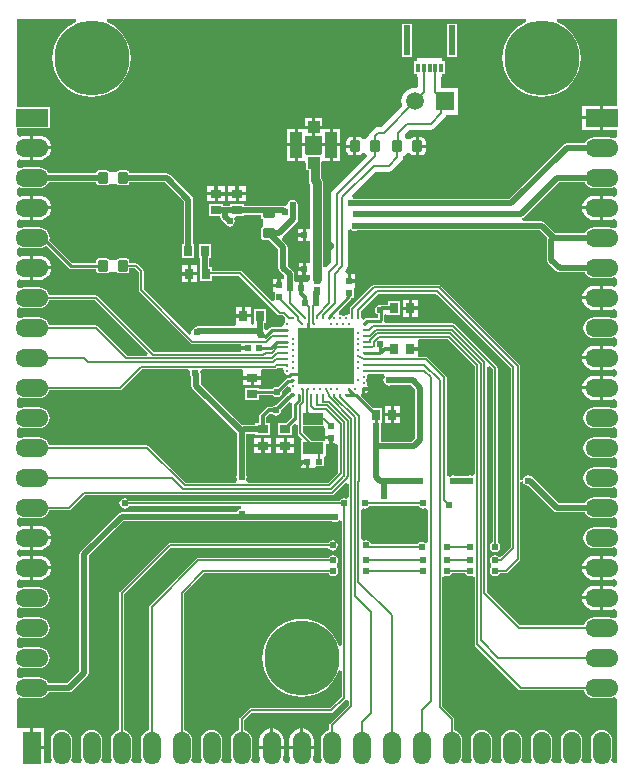
<source format=gtl>
G04*
G04 #@! TF.GenerationSoftware,Altium Limited,Altium Designer,19.1.7 (138)*
G04*
G04 Layer_Physical_Order=1*
G04 Layer_Color=255*
%FSLAX25Y25*%
%MOIN*%
G70*
G01*
G75*
%ADD10C,0.01000*%
%ADD11C,0.00984*%
%ADD15C,0.00600*%
%ADD16R,0.03937X0.03937*%
%ADD17R,0.04134X0.08661*%
G04:AMPARAMS|DCode=18|XSize=39.37mil|YSize=35.43mil|CornerRadius=4.43mil|HoleSize=0mil|Usage=FLASHONLY|Rotation=90.000|XOffset=0mil|YOffset=0mil|HoleType=Round|Shape=RoundedRectangle|*
%AMROUNDEDRECTD18*
21,1,0.03937,0.02657,0,0,90.0*
21,1,0.03051,0.03543,0,0,90.0*
1,1,0.00886,0.01329,0.01526*
1,1,0.00886,0.01329,-0.01526*
1,1,0.00886,-0.01329,-0.01526*
1,1,0.00886,-0.01329,0.01526*
%
%ADD18ROUNDEDRECTD18*%
%ADD19R,0.01181X0.03150*%
%ADD20R,0.02362X0.10236*%
%ADD21R,0.02953X0.03740*%
%ADD22R,0.03740X0.02953*%
G04:AMPARAMS|DCode=23|XSize=39.37mil|YSize=35.43mil|CornerRadius=4.43mil|HoleSize=0mil|Usage=FLASHONLY|Rotation=0.000|XOffset=0mil|YOffset=0mil|HoleType=Round|Shape=RoundedRectangle|*
%AMROUNDEDRECTD23*
21,1,0.03937,0.02657,0,0,0.0*
21,1,0.03051,0.03543,0,0,0.0*
1,1,0.00886,0.01526,-0.01329*
1,1,0.00886,-0.01526,-0.01329*
1,1,0.00886,-0.01526,0.01329*
1,1,0.00886,0.01526,0.01329*
%
%ADD23ROUNDEDRECTD23*%
%ADD24R,0.07087X0.03937*%
%ADD27R,0.02362X0.01968*%
%ADD28R,0.01968X0.02362*%
%ADD29R,0.01968X0.02559*%
%ADD51R,0.19095X0.19095*%
%ADD52C,0.01083*%
%ADD53C,0.03000*%
%ADD54C,0.00800*%
%ADD55C,0.02000*%
%ADD56C,0.01200*%
%ADD57C,0.00900*%
%ADD58R,0.05984X0.05984*%
%ADD59C,0.05984*%
%ADD60C,0.25000*%
%ADD61R,0.11000X0.06000*%
%ADD62O,0.11000X0.06000*%
%ADD63R,0.06000X0.11000*%
%ADD64O,0.06000X0.11000*%
%ADD65C,0.02800*%
%ADD66C,0.02400*%
G36*
X203474Y222500D02*
X199000D01*
Y218500D01*
Y214500D01*
X203474D01*
Y212155D01*
X202474Y211678D01*
X201914Y211910D01*
X201000Y212030D01*
X196000D01*
X195086Y211910D01*
X194235Y211557D01*
X193504Y210996D01*
X192943Y210265D01*
X192845Y210029D01*
X186843D01*
X186257Y209913D01*
X185761Y209581D01*
X167709Y191529D01*
X115857D01*
X115749Y191601D01*
X115746Y191602D01*
X115417Y192687D01*
X123293Y200563D01*
X127500D01*
X128241Y200710D01*
X128870Y201130D01*
X131783Y204044D01*
X132203Y204672D01*
X132351Y205413D01*
Y205624D01*
X132500Y205653D01*
X133143Y206083D01*
X133505Y206625D01*
X133654Y206673D01*
X133966Y206706D01*
X134582Y206676D01*
X134737Y206443D01*
X135214Y206124D01*
X135777Y206012D01*
X136606D01*
Y209009D01*
Y212006D01*
X135777D01*
X135214Y211894D01*
X134737Y211575D01*
X134582Y211343D01*
X133966Y211312D01*
X133654Y211345D01*
X133505Y211394D01*
X133143Y211935D01*
X133093Y211969D01*
X132956Y213216D01*
X134338Y214598D01*
X141500D01*
X142241Y214746D01*
X142870Y215166D01*
X146334Y218630D01*
X146754Y219259D01*
X146801Y219495D01*
X150805D01*
Y228479D01*
X145063D01*
Y232200D01*
X145216D01*
Y233200D01*
X146185D01*
Y237350D01*
X145216D01*
Y238350D01*
X137098D01*
Y237350D01*
X136130D01*
Y233200D01*
X137098D01*
Y232200D01*
X137251D01*
Y229152D01*
X136500Y228493D01*
X136313Y228518D01*
X135140Y228363D01*
X134047Y227910D01*
X133109Y227190D01*
X132389Y226252D01*
X131936Y225159D01*
X131782Y223987D01*
X131936Y222814D01*
X132072Y222486D01*
X125024Y215437D01*
X123921D01*
X123180Y215290D01*
X122552Y214870D01*
X121513Y213831D01*
X121093Y213203D01*
X120953Y212501D01*
X120796Y212470D01*
X120153Y212040D01*
X119791Y211499D01*
X119642Y211450D01*
X119330Y211417D01*
X118714Y211448D01*
X118559Y211680D01*
X118081Y211999D01*
X117518Y212111D01*
X116690D01*
Y209114D01*
Y206117D01*
X117518D01*
X118081Y206229D01*
X118559Y206548D01*
X118714Y206781D01*
X119330Y206811D01*
X119642Y206778D01*
X119791Y206730D01*
X120153Y206188D01*
X120187Y205841D01*
X108934Y194588D01*
X108514Y193959D01*
X108367Y193218D01*
Y170589D01*
X106539Y168762D01*
X106012Y168859D01*
X105539Y169130D01*
Y197158D01*
X105384Y197938D01*
X105008Y198501D01*
Y203126D01*
X104977Y203278D01*
X105450Y204169D01*
X105968Y204169D01*
X107807D01*
Y209000D01*
X105240D01*
Y206950D01*
X104969Y206063D01*
X104240Y206063D01*
X100031Y206063D01*
X99760Y206950D01*
Y209000D01*
X97193D01*
Y204169D01*
X99032D01*
X99760Y204169D01*
X100031Y203282D01*
Y201126D01*
X100929D01*
Y197689D01*
X101085Y196909D01*
X101461Y196345D01*
Y181390D01*
X99831D01*
Y179405D01*
Y177421D01*
X101461D01*
Y170160D01*
X99831D01*
Y168175D01*
Y166191D01*
X101461D01*
Y164675D01*
X100677Y163665D01*
X100650Y163660D01*
Y163660D01*
X98968D01*
Y161675D01*
X97969D01*
Y163660D01*
X97202D01*
X96241Y163872D01*
X96094Y164536D01*
X96093Y164538D01*
X96072Y164570D01*
X96021Y164646D01*
Y166291D01*
X95905Y166876D01*
X95574Y167372D01*
X93829Y169116D01*
Y175354D01*
X93713Y175939D01*
X93381Y176435D01*
X91968Y177848D01*
X92181Y179050D01*
X92214Y179072D01*
X96881Y183739D01*
X97213Y184236D01*
X97329Y184821D01*
Y189200D01*
X97213Y189785D01*
X97161Y189863D01*
X97101Y190163D01*
X96726Y190726D01*
X96163Y191101D01*
X95500Y191233D01*
X94837Y191101D01*
X94274Y190726D01*
X93899Y190163D01*
X93809Y189713D01*
X93118Y189260D01*
X92841Y189157D01*
X92256Y189274D01*
X79370D01*
Y189720D01*
X74630D01*
Y189274D01*
X72370D01*
Y189720D01*
X67630D01*
Y185768D01*
X71471D01*
Y185500D01*
X71587Y184915D01*
X71919Y184419D01*
X72873Y183464D01*
X72899Y183337D01*
X73274Y182774D01*
X73837Y182399D01*
X74500Y182267D01*
X75163Y182399D01*
X75726Y182774D01*
X76101Y183337D01*
X76233Y184000D01*
X76101Y184663D01*
X76032Y184768D01*
X76566Y185768D01*
X79370D01*
Y186215D01*
X85013D01*
Y185518D01*
X85086Y185150D01*
X85295Y184838D01*
X85532Y184680D01*
Y182320D01*
X85295Y182162D01*
X85086Y181850D01*
X85013Y181482D01*
Y178825D01*
X85086Y178457D01*
X85295Y178145D01*
X85606Y177937D01*
X85974Y177863D01*
X87627D01*
X90771Y174720D01*
Y168483D01*
X90887Y167898D01*
X91219Y167401D01*
X92801Y165819D01*
X92573Y164819D01*
X91547D01*
Y162638D01*
X91047D01*
Y162138D01*
X89063D01*
Y160457D01*
X89563Y160382D01*
Y157761D01*
X88563Y157346D01*
X78577Y167333D01*
X78312Y167509D01*
X78000Y167572D01*
X78000Y167572D01*
X68488D01*
Y168870D01*
X67785D01*
Y171630D01*
X68232D01*
Y176370D01*
X64280D01*
Y171630D01*
X64727D01*
Y168870D01*
X64535D01*
Y164130D01*
X68488D01*
Y165940D01*
X77662D01*
X90679Y152923D01*
X90679Y152923D01*
X90944Y152746D01*
X91256Y152684D01*
X92163D01*
X93067Y151780D01*
X93104Y151630D01*
X92954Y150593D01*
X92724Y150249D01*
X92643Y149843D01*
X92056Y148995D01*
X91891Y148886D01*
X88685D01*
X88298Y148809D01*
X87970Y148589D01*
X87081Y147700D01*
X86081Y148114D01*
Y150130D01*
X86528D01*
Y154870D01*
X82575D01*
Y150130D01*
X82272Y149455D01*
X81516Y150012D01*
Y152000D01*
X79039D01*
X76563D01*
Y150029D01*
X76563Y149630D01*
X75812Y149029D01*
X64000D01*
X63415Y148913D01*
X62996Y148633D01*
X62837Y148601D01*
X62274Y148226D01*
X61899Y147663D01*
X61767Y147000D01*
X61816Y146752D01*
X60895Y146259D01*
X45816Y161338D01*
Y167500D01*
X45754Y167812D01*
X45577Y168077D01*
X45577Y168077D01*
X43918Y169735D01*
X43654Y169912D01*
X43341Y169974D01*
X43341Y169974D01*
X41137D01*
Y170684D01*
X41063Y171052D01*
X40855Y171364D01*
X40543Y171572D01*
X40175Y171646D01*
X37518D01*
X37150Y171572D01*
X36838Y171364D01*
X36680Y171127D01*
X34320D01*
X34162Y171364D01*
X33850Y171572D01*
X33482Y171646D01*
X30825D01*
X30457Y171572D01*
X30145Y171364D01*
X29937Y171052D01*
X29863Y170684D01*
Y170178D01*
X22120D01*
X14445Y177853D01*
X14530Y178500D01*
X14410Y179414D01*
X14057Y180265D01*
X13496Y180996D01*
X12765Y181557D01*
X11914Y181910D01*
X11000Y182030D01*
X6000D01*
X5086Y181910D01*
X4526Y181678D01*
X3526Y182155D01*
Y184156D01*
X4526Y184781D01*
X4956Y184603D01*
X6000Y184466D01*
X8000D01*
Y188500D01*
Y192534D01*
X6000D01*
X4956Y192397D01*
X4526Y192219D01*
X3526Y192844D01*
Y194845D01*
X4526Y195322D01*
X5086Y195090D01*
X6000Y194970D01*
X11000D01*
X11914Y195090D01*
X12765Y195443D01*
X13496Y196004D01*
X14057Y196735D01*
X14155Y196971D01*
X29864D01*
X29937Y196607D01*
X30145Y196295D01*
X30457Y196086D01*
X30825Y196013D01*
X33482D01*
X33850Y196086D01*
X34162Y196295D01*
X34320Y196531D01*
X36680D01*
X36838Y196295D01*
X37150Y196086D01*
X37518Y196013D01*
X40175D01*
X40543Y196086D01*
X40855Y196295D01*
X41063Y196607D01*
X41136Y196971D01*
X52867D01*
X59215Y190622D01*
Y176370D01*
X58768D01*
Y171630D01*
X62721D01*
Y176370D01*
X62274D01*
Y191256D01*
X62157Y191841D01*
X61826Y192337D01*
X54581Y199581D01*
X54085Y199913D01*
X53500Y200029D01*
X41136D01*
X41063Y200394D01*
X40855Y200705D01*
X40543Y200914D01*
X40175Y200987D01*
X37518D01*
X37150Y200914D01*
X36838Y200705D01*
X36680Y200468D01*
X34320D01*
X34162Y200705D01*
X33850Y200914D01*
X33482Y200987D01*
X30825D01*
X30457Y200914D01*
X30145Y200705D01*
X29937Y200394D01*
X29864Y200029D01*
X14155D01*
X14057Y200265D01*
X13496Y200996D01*
X12765Y201557D01*
X11914Y201910D01*
X11000Y202030D01*
X6000D01*
X5086Y201910D01*
X4526Y201678D01*
X3526Y202155D01*
Y204156D01*
X4526Y204781D01*
X4956Y204603D01*
X6000Y204466D01*
X8000D01*
Y208500D01*
Y212534D01*
X6000D01*
X4956Y212397D01*
X4526Y212219D01*
X3526Y212844D01*
Y215000D01*
X14500D01*
Y222000D01*
X3526D01*
Y251474D01*
X23239D01*
X23438Y250474D01*
X22580Y250119D01*
X20835Y249050D01*
X19279Y247721D01*
X17950Y246165D01*
X16881Y244420D01*
X16098Y242530D01*
X15620Y240540D01*
X15460Y238500D01*
X15620Y236460D01*
X16098Y234470D01*
X16881Y232580D01*
X17950Y230835D01*
X19279Y229279D01*
X20835Y227950D01*
X22580Y226881D01*
X24470Y226098D01*
X26460Y225620D01*
X28500Y225460D01*
X30540Y225620D01*
X32530Y226098D01*
X34420Y226881D01*
X36165Y227950D01*
X37721Y229279D01*
X39050Y230835D01*
X40119Y232580D01*
X40902Y234470D01*
X41380Y236460D01*
X41540Y238500D01*
X41380Y240540D01*
X40902Y242530D01*
X40119Y244420D01*
X39050Y246165D01*
X37721Y247721D01*
X36165Y249050D01*
X34420Y250119D01*
X33562Y250474D01*
X33761Y251474D01*
X173239D01*
X173438Y250474D01*
X172580Y250119D01*
X170835Y249050D01*
X169279Y247721D01*
X167950Y246165D01*
X166881Y244420D01*
X166098Y242530D01*
X165620Y240540D01*
X165460Y238500D01*
X165620Y236460D01*
X166098Y234470D01*
X166881Y232580D01*
X167950Y230835D01*
X169279Y229279D01*
X170835Y227950D01*
X172580Y226881D01*
X174470Y226098D01*
X176460Y225620D01*
X178500Y225460D01*
X180540Y225620D01*
X182530Y226098D01*
X184420Y226881D01*
X186165Y227950D01*
X187721Y229279D01*
X189050Y230835D01*
X190119Y232580D01*
X190902Y234470D01*
X191380Y236460D01*
X191540Y238500D01*
X191380Y240540D01*
X190902Y242530D01*
X190119Y244420D01*
X189050Y246165D01*
X187721Y247721D01*
X186165Y249050D01*
X184420Y250119D01*
X183563Y250474D01*
X183761Y251474D01*
X203474D01*
Y222500D01*
D02*
G37*
G36*
X192943Y196735D02*
X193504Y196004D01*
X194235Y195443D01*
X195086Y195090D01*
X196000Y194970D01*
X201000D01*
X201914Y195090D01*
X202474Y195322D01*
X203474Y194845D01*
Y192844D01*
X202474Y192219D01*
X202044Y192397D01*
X201000Y192534D01*
X199000D01*
Y188500D01*
Y184466D01*
X201000D01*
X202044Y184603D01*
X202474Y184781D01*
X203474Y184156D01*
Y182155D01*
X202474Y181678D01*
X201914Y181910D01*
X201000Y182030D01*
X196000D01*
X195086Y181910D01*
X194235Y181557D01*
X193504Y180996D01*
X192943Y180265D01*
X192845Y180029D01*
X183133D01*
X179581Y183581D01*
X179085Y183913D01*
X178500Y184029D01*
X172194D01*
X172096Y185029D01*
X172385Y185087D01*
X172881Y185419D01*
X184433Y196971D01*
X192845D01*
X192943Y196735D01*
D02*
G37*
G36*
X20976Y168438D02*
X21307Y168217D01*
X21697Y168139D01*
X29863D01*
Y167633D01*
X29937Y167265D01*
X30145Y166953D01*
X30457Y166745D01*
X30825Y166672D01*
X33482D01*
X33850Y166745D01*
X34162Y166953D01*
X34320Y167190D01*
X36680D01*
X36838Y166953D01*
X37150Y166745D01*
X37518Y166672D01*
X40175D01*
X40543Y166745D01*
X40855Y166953D01*
X41063Y167265D01*
X41137Y167633D01*
Y168343D01*
X43003D01*
X44184Y167162D01*
Y161000D01*
X44184Y161000D01*
X44246Y160688D01*
X44423Y160423D01*
X61523Y143323D01*
X61523Y143323D01*
X61788Y143146D01*
X62100Y143084D01*
X78335D01*
Y142173D01*
X80516D01*
Y141173D01*
X78335D01*
Y140389D01*
X49265D01*
X30577Y159077D01*
X30312Y159254D01*
X30000Y159316D01*
X30000Y159316D01*
X14423D01*
X14410Y159414D01*
X14057Y160265D01*
X13496Y160996D01*
X12765Y161557D01*
X11914Y161910D01*
X11000Y162030D01*
X6000D01*
X5086Y161910D01*
X4526Y161678D01*
X3526Y162155D01*
Y164156D01*
X4526Y164781D01*
X4956Y164603D01*
X6000Y164465D01*
X8000D01*
Y168500D01*
Y172535D01*
X6000D01*
X4956Y172397D01*
X4526Y172219D01*
X3526Y172844D01*
Y174845D01*
X4526Y175322D01*
X5086Y175090D01*
X6000Y174970D01*
X11000D01*
X11914Y175090D01*
X12765Y175443D01*
X13448Y175966D01*
X20976Y168438D01*
D02*
G37*
G36*
X115117Y181274D02*
X115679Y180899D01*
X116342Y180767D01*
X117006Y180899D01*
X117113Y180971D01*
X177866D01*
X180403Y178434D01*
X180337Y178335D01*
X180221Y177750D01*
Y171250D01*
X180337Y170665D01*
X180669Y170169D01*
X183419Y167419D01*
X183915Y167087D01*
X184500Y166971D01*
X192845D01*
X192943Y166735D01*
X193504Y166004D01*
X194235Y165443D01*
X195086Y165090D01*
X196000Y164970D01*
X201000D01*
X201914Y165090D01*
X202474Y165322D01*
X203474Y164845D01*
Y162844D01*
X202474Y162219D01*
X202044Y162397D01*
X201000Y162534D01*
X199000D01*
Y158500D01*
Y154465D01*
X201000D01*
X202044Y154603D01*
X202474Y154781D01*
X203474Y154156D01*
Y152155D01*
X202474Y151678D01*
X201914Y151910D01*
X201000Y152030D01*
X196000D01*
X195086Y151910D01*
X194235Y151557D01*
X193504Y150996D01*
X192943Y150265D01*
X192590Y149414D01*
X192470Y148500D01*
X192590Y147586D01*
X192943Y146735D01*
X193504Y146004D01*
X194235Y145443D01*
X195086Y145090D01*
X196000Y144970D01*
X201000D01*
X201914Y145090D01*
X202474Y145322D01*
X203474Y144845D01*
Y142844D01*
X202474Y142219D01*
X202044Y142397D01*
X201000Y142534D01*
X199000D01*
Y138500D01*
Y134466D01*
X201000D01*
X202044Y134603D01*
X202474Y134781D01*
X203474Y134156D01*
Y132844D01*
X202474Y132219D01*
X202044Y132397D01*
X201000Y132535D01*
X199000D01*
Y128500D01*
Y124466D01*
X201000D01*
X202044Y124603D01*
X202474Y124781D01*
X203474Y124156D01*
Y122155D01*
X202474Y121678D01*
X201914Y121910D01*
X201000Y122030D01*
X196000D01*
X195086Y121910D01*
X194235Y121557D01*
X193504Y120996D01*
X192943Y120265D01*
X192590Y119414D01*
X192470Y118500D01*
X192590Y117586D01*
X192943Y116735D01*
X193504Y116004D01*
X194235Y115443D01*
X195086Y115090D01*
X196000Y114970D01*
X201000D01*
X201914Y115090D01*
X202474Y115322D01*
X203474Y114845D01*
Y112155D01*
X202474Y111678D01*
X201914Y111910D01*
X201000Y112030D01*
X196000D01*
X195086Y111910D01*
X194235Y111557D01*
X193504Y110996D01*
X192943Y110265D01*
X192590Y109414D01*
X192470Y108500D01*
X192590Y107586D01*
X192943Y106735D01*
X193504Y106004D01*
X194235Y105443D01*
X195086Y105090D01*
X196000Y104970D01*
X201000D01*
X201914Y105090D01*
X202474Y105322D01*
X203474Y104845D01*
Y102155D01*
X202474Y101678D01*
X201914Y101910D01*
X201000Y102030D01*
X196000D01*
X195086Y101910D01*
X194235Y101557D01*
X193504Y100996D01*
X192943Y100265D01*
X192590Y99414D01*
X192470Y98500D01*
X192590Y97586D01*
X192943Y96735D01*
X193504Y96004D01*
X194235Y95443D01*
X195086Y95090D01*
X196000Y94970D01*
X201000D01*
X201914Y95090D01*
X202474Y95322D01*
X203474Y94845D01*
Y92155D01*
X202474Y91678D01*
X201914Y91910D01*
X201000Y92030D01*
X196000D01*
X195086Y91910D01*
X194235Y91557D01*
X193504Y90996D01*
X192943Y90265D01*
X192845Y90029D01*
X184193D01*
X175581Y98641D01*
X175085Y98973D01*
X174886Y99012D01*
X174663Y99161D01*
X174000Y99293D01*
X173337Y99161D01*
X172774Y98785D01*
X172399Y98223D01*
X172316Y97806D01*
X171316Y97904D01*
Y135714D01*
X171254Y136027D01*
X171077Y136291D01*
X171077Y136291D01*
X144791Y162577D01*
X144527Y162754D01*
X144214Y162816D01*
X144214Y162816D01*
X122500D01*
X122188Y162754D01*
X121923Y162577D01*
X121923Y162577D01*
X114781Y155435D01*
X114605Y155170D01*
X114543Y154858D01*
X114543Y154858D01*
Y153496D01*
X114302Y153269D01*
X113543Y152842D01*
X113390Y152873D01*
X112984Y152792D01*
X112639Y152562D01*
X112172Y152562D01*
X111828Y152792D01*
X111421Y152873D01*
X111121Y152813D01*
X111019Y152898D01*
X110832Y154090D01*
X114906Y158164D01*
X115089Y158286D01*
X115295Y158594D01*
X115858D01*
Y161239D01*
X116358Y162031D01*
X116358Y162750D01*
Y163713D01*
X114374D01*
Y164213D01*
X113874D01*
Y166394D01*
X113484D01*
X113070Y167394D01*
X113370Y167693D01*
X113790Y168322D01*
X113937Y169063D01*
Y181240D01*
X114937Y181543D01*
X115117Y181274D01*
D02*
G37*
G36*
X47234Y140113D02*
X46851Y139189D01*
X40465D01*
X30577Y149077D01*
X30312Y149254D01*
X30000Y149316D01*
X30000Y149316D01*
X14423D01*
X14410Y149414D01*
X14057Y150265D01*
X13496Y150996D01*
X12765Y151557D01*
X11914Y151910D01*
X11000Y152030D01*
X6000D01*
X5086Y151910D01*
X4526Y151678D01*
X3526Y152155D01*
Y154845D01*
X4526Y155322D01*
X5086Y155090D01*
X6000Y154970D01*
X11000D01*
X11914Y155090D01*
X12765Y155443D01*
X13496Y156004D01*
X14057Y156735D01*
X14410Y157586D01*
X14423Y157684D01*
X29662D01*
X47234Y140113D01*
D02*
G37*
G36*
X168184Y135005D02*
Y75338D01*
X165286Y72439D01*
X164226Y72226D01*
X163663Y72601D01*
X163000Y72733D01*
X162337Y72601D01*
X161774Y72226D01*
X161399Y71663D01*
X161267Y71000D01*
X161399Y70337D01*
X161774Y69774D01*
Y68726D01*
X161399Y68163D01*
X161267Y67500D01*
X161399Y66837D01*
X161774Y66274D01*
X162337Y65899D01*
X163000Y65767D01*
X163663Y65899D01*
X164226Y66274D01*
X164500Y66684D01*
X166500D01*
X166500Y66684D01*
X166812Y66746D01*
X167077Y66923D01*
X171077Y70923D01*
X171077Y70923D01*
X171254Y71188D01*
X171316Y71500D01*
Y97215D01*
X172316Y97313D01*
X172399Y96896D01*
X172774Y96334D01*
X173337Y95958D01*
X174000Y95826D01*
X174059Y95838D01*
X182478Y87419D01*
X182974Y87087D01*
X183560Y86971D01*
X192845D01*
X192943Y86735D01*
X193504Y86004D01*
X194235Y85443D01*
X195086Y85090D01*
X196000Y84970D01*
X201000D01*
X201914Y85090D01*
X202474Y85322D01*
X203474Y84845D01*
Y82155D01*
X202474Y81678D01*
X201914Y81910D01*
X201000Y82030D01*
X196000D01*
X195086Y81910D01*
X194235Y81557D01*
X193504Y80996D01*
X192943Y80265D01*
X192590Y79414D01*
X192470Y78500D01*
X192590Y77586D01*
X192943Y76735D01*
X193504Y76004D01*
X194235Y75443D01*
X195086Y75090D01*
X196000Y74970D01*
X201000D01*
X201914Y75090D01*
X202474Y75322D01*
X203474Y74845D01*
Y72844D01*
X202474Y72219D01*
X202044Y72397D01*
X201000Y72535D01*
X199000D01*
Y68500D01*
Y64465D01*
X201000D01*
X202044Y64603D01*
X202474Y64781D01*
X203474Y64156D01*
Y62844D01*
X202474Y62219D01*
X202044Y62397D01*
X201000Y62534D01*
X199000D01*
Y58500D01*
Y54466D01*
X201000D01*
X202044Y54603D01*
X202474Y54781D01*
X203474Y54156D01*
Y52155D01*
X202474Y51678D01*
X201914Y51910D01*
X201000Y52030D01*
X196000D01*
X195086Y51910D01*
X194235Y51557D01*
X193504Y50996D01*
X192943Y50265D01*
X192590Y49414D01*
X192577Y49316D01*
X171238D01*
X160216Y60338D01*
Y135415D01*
X161140Y135798D01*
X162184Y134753D01*
Y77000D01*
X161774Y76726D01*
X161399Y76163D01*
X161267Y75500D01*
X161399Y74837D01*
X161774Y74274D01*
X162337Y73899D01*
X163000Y73767D01*
X163663Y73899D01*
X164226Y74274D01*
X164601Y74837D01*
X164733Y75500D01*
X164601Y76163D01*
X164226Y76726D01*
X163816Y77000D01*
Y135091D01*
X163754Y135403D01*
X163577Y135668D01*
X163577Y135668D01*
X149521Y149723D01*
X149257Y149900D01*
X148945Y149962D01*
X148945Y149962D01*
X126526D01*
X126286Y150233D01*
X125885Y150962D01*
X125917Y151122D01*
Y152949D01*
X126268Y153280D01*
X127268Y152849D01*
Y152630D01*
X131220D01*
Y157370D01*
X127268D01*
Y156122D01*
X125240D01*
X125176Y156109D01*
X124709Y156202D01*
X124045Y156070D01*
X123483Y155694D01*
X123107Y155132D01*
X122975Y154469D01*
X123107Y153805D01*
X123483Y153243D01*
X123894Y152968D01*
Y151937D01*
X120378D01*
X119991Y151860D01*
X119663Y151640D01*
X119303Y151280D01*
X118381Y151773D01*
X118388Y151811D01*
X118308Y152217D01*
X118142Y152465D01*
Y154162D01*
X123830Y159850D01*
X143339D01*
X168184Y135005D01*
D02*
G37*
G36*
X92247Y135007D02*
X92673Y134247D01*
X92643Y134095D01*
X92724Y133688D01*
X92954Y133344D01*
X93298Y133114D01*
X93383Y133054D01*
X93625Y132615D01*
X93565Y131683D01*
X93237Y131463D01*
X90563Y128789D01*
X90311Y128840D01*
X89647Y128708D01*
X89085Y128332D01*
X88942Y128118D01*
X84370D01*
Y128394D01*
X79630D01*
Y124441D01*
X84370D01*
Y126095D01*
X88942D01*
X89085Y125881D01*
X89647Y125505D01*
X90311Y125373D01*
X90974Y125505D01*
X91536Y125881D01*
X91912Y126443D01*
X92044Y127106D01*
X91994Y127359D01*
X93635Y129000D01*
X94627Y128781D01*
X94742Y128693D01*
X94923Y128422D01*
X95091Y128310D01*
X95029Y127502D01*
X94955Y127289D01*
X94791Y127257D01*
X94427Y127014D01*
X90123Y122709D01*
X90000Y122733D01*
X89337Y122601D01*
X88774Y122226D01*
X88705Y122122D01*
X87478D01*
X87478Y122122D01*
X87049Y122036D01*
X86685Y121793D01*
X86685Y121793D01*
X84707Y119815D01*
X84464Y119451D01*
X84378Y119022D01*
X84378Y119022D01*
Y116672D01*
X83130D01*
Y116225D01*
X79195D01*
X78610Y116108D01*
X78577Y116086D01*
X64856Y129807D01*
Y133173D01*
X64740Y133758D01*
X64723Y133784D01*
X64794Y134075D01*
X65181Y134621D01*
X65389Y134784D01*
X78287D01*
X79130Y134406D01*
X79130Y133784D01*
Y132429D01*
X82000D01*
X84870D01*
Y133784D01*
X84870Y134406D01*
X85713Y134784D01*
X89568D01*
X89568Y134784D01*
X89880Y134846D01*
X90145Y135023D01*
X90369Y135247D01*
X92020D01*
X92247Y135007D01*
D02*
G37*
G36*
X61303Y133684D02*
X61267Y133500D01*
X61399Y132837D01*
X61774Y132274D01*
X61797Y132259D01*
Y129173D01*
X61914Y128588D01*
X62245Y128092D01*
X76971Y113366D01*
Y99397D01*
X76899Y99289D01*
X76767Y98626D01*
X76899Y97962D01*
X76997Y97816D01*
X76486Y96816D01*
X59838D01*
X47577Y109077D01*
X47312Y109254D01*
X47000Y109316D01*
X47000Y109316D01*
X14423D01*
X14410Y109414D01*
X14057Y110265D01*
X13496Y110996D01*
X12765Y111557D01*
X11914Y111910D01*
X11000Y112030D01*
X6000D01*
X5086Y111910D01*
X4526Y111678D01*
X3526Y112155D01*
Y114845D01*
X4526Y115322D01*
X5086Y115090D01*
X6000Y114970D01*
X11000D01*
X11914Y115090D01*
X12765Y115443D01*
X13496Y116004D01*
X14057Y116735D01*
X14410Y117586D01*
X14530Y118500D01*
X14410Y119414D01*
X14057Y120265D01*
X13496Y120996D01*
X12765Y121557D01*
X11914Y121910D01*
X11000Y122030D01*
X6000D01*
X5086Y121910D01*
X4526Y121678D01*
X3526Y122155D01*
Y124845D01*
X4526Y125322D01*
X5086Y125090D01*
X6000Y124970D01*
X11000D01*
X11914Y125090D01*
X12765Y125443D01*
X13496Y126004D01*
X14057Y126735D01*
X14410Y127586D01*
X14423Y127684D01*
X38000D01*
X38000Y127684D01*
X38312Y127746D01*
X38577Y127923D01*
X45338Y134684D01*
X60636D01*
X61303Y133684D01*
D02*
G37*
G36*
X95174Y123299D02*
X95223Y123223D01*
X95154Y122874D01*
Y118626D01*
X93260Y116732D01*
X90630D01*
Y112779D01*
X95370D01*
Y115670D01*
X96190Y116490D01*
X97190Y116076D01*
Y113455D01*
X97190Y113455D01*
X97252Y113143D01*
X97429Y112878D01*
X98720Y111587D01*
X98421Y110865D01*
X98421D01*
Y106768D01*
X98216Y105853D01*
X98216Y105012D01*
Y104368D01*
X100398D01*
Y103868D01*
X100898D01*
Y101884D01*
X102579D01*
X103372Y102384D01*
X106016D01*
Y105353D01*
X106508Y105928D01*
X106508D01*
Y109758D01*
X107673D01*
Y111439D01*
X106189D01*
Y110865D01*
X101750D01*
X98822Y113793D01*
Y115770D01*
X105927D01*
X106462Y114770D01*
X106189Y114120D01*
X106189Y114120D01*
X106189Y114120D01*
Y112439D01*
X108173D01*
Y111939D01*
X108673D01*
Y109758D01*
X110158D01*
X110670Y108971D01*
Y100312D01*
X110637Y100261D01*
X110600Y100076D01*
X107339Y96816D01*
X80514D01*
X80003Y97816D01*
X80101Y97962D01*
X80233Y98626D01*
X80101Y99289D01*
X80029Y99397D01*
Y113166D01*
X83130D01*
Y112719D01*
X87870D01*
Y116672D01*
X86622D01*
Y118558D01*
X87793Y119729D01*
X88774Y119774D01*
X89337Y119399D01*
X90000Y119267D01*
X90663Y119399D01*
X91226Y119774D01*
X91601Y120337D01*
X91733Y121000D01*
X91709Y121123D01*
X94398Y123812D01*
X95174Y123299D01*
D02*
G37*
G36*
X126354Y132279D02*
X126274Y132226D01*
X125899Y131663D01*
X125767Y131000D01*
X125899Y130337D01*
X126274Y129774D01*
X126837Y129399D01*
X127500Y129267D01*
X128163Y129399D01*
X128271Y129471D01*
X134866D01*
X136471Y127866D01*
Y111634D01*
X135363Y110526D01*
X124860D01*
Y114877D01*
X124932Y114985D01*
X125064Y115648D01*
X124968Y116130D01*
X125221Y117130D01*
X125221D01*
Y121870D01*
X122279D01*
X118270Y125879D01*
X118468Y126280D01*
X118795Y126635D01*
Y128189D01*
X119295D01*
Y128689D01*
X120767D01*
X120747Y128790D01*
X120406Y129300D01*
X120360Y129332D01*
X120276Y129751D01*
X120357Y130157D01*
X120276Y130564D01*
X120276Y130564D01*
X120046Y130908D01*
X120046Y131375D01*
X120276Y131720D01*
X120276Y131720D01*
X120302Y131849D01*
X120357Y132126D01*
X120327Y132279D01*
X120754Y133038D01*
X120980Y133279D01*
X126051D01*
X126354Y132279D01*
D02*
G37*
G36*
X156184Y135662D02*
Y99682D01*
X155184Y99147D01*
X155163Y99161D01*
X154500Y99293D01*
X153837Y99161D01*
X153729Y99089D01*
X149716D01*
X149608Y99161D01*
X148945Y99293D01*
X148281Y99161D01*
X147816Y98850D01*
X147365Y98961D01*
X146816Y99233D01*
Y132000D01*
X146754Y132312D01*
X146577Y132577D01*
X146577Y132577D01*
X140545Y138608D01*
X140281Y138785D01*
X139969Y138847D01*
X139969Y138847D01*
X137232D01*
Y141000D01*
X134756D01*
Y142000D01*
X137232D01*
Y144370D01*
X138102Y144684D01*
X147162D01*
X156184Y135662D01*
D02*
G37*
G36*
X114174Y96517D02*
Y92128D01*
X113174Y91594D01*
X113163Y91601D01*
X112500Y91733D01*
X111837Y91601D01*
X111274Y91226D01*
X111000Y90816D01*
X41000D01*
X40726Y91226D01*
X40163Y91601D01*
X39500Y91733D01*
X38837Y91601D01*
X38274Y91226D01*
X37899Y90663D01*
X37767Y90000D01*
X37899Y89337D01*
X38274Y88774D01*
X38837Y88399D01*
X39500Y88267D01*
X40163Y88399D01*
X40726Y88774D01*
X41000Y89184D01*
X78155D01*
X78254Y88184D01*
X77837Y88101D01*
X77274Y87726D01*
X76899Y87163D01*
X76872Y87029D01*
X38500D01*
X37915Y86913D01*
X37419Y86581D01*
X24919Y74081D01*
X24587Y73585D01*
X24471Y73000D01*
Y34133D01*
X20367Y30029D01*
X14155D01*
X14057Y30265D01*
X13496Y30996D01*
X12765Y31557D01*
X11914Y31910D01*
X11000Y32030D01*
X6000D01*
X5086Y31910D01*
X4526Y31678D01*
X3526Y32155D01*
Y34845D01*
X4526Y35322D01*
X5086Y35090D01*
X6000Y34970D01*
X11000D01*
X11914Y35090D01*
X12765Y35443D01*
X13496Y36004D01*
X14057Y36735D01*
X14410Y37586D01*
X14530Y38500D01*
X14410Y39414D01*
X14057Y40265D01*
X13496Y40996D01*
X12765Y41557D01*
X11914Y41910D01*
X11000Y42030D01*
X6000D01*
X5086Y41910D01*
X4526Y41678D01*
X3526Y42155D01*
Y44845D01*
X4526Y45322D01*
X5086Y45090D01*
X6000Y44970D01*
X11000D01*
X11914Y45090D01*
X12765Y45443D01*
X13496Y46004D01*
X14057Y46735D01*
X14410Y47586D01*
X14530Y48500D01*
X14410Y49414D01*
X14057Y50265D01*
X13496Y50996D01*
X12765Y51557D01*
X11914Y51910D01*
X11000Y52030D01*
X6000D01*
X5086Y51910D01*
X4526Y51678D01*
X3526Y52155D01*
Y54845D01*
X4526Y55322D01*
X5086Y55090D01*
X6000Y54970D01*
X11000D01*
X11914Y55090D01*
X12765Y55443D01*
X13496Y56004D01*
X14057Y56735D01*
X14410Y57586D01*
X14530Y58500D01*
X14410Y59414D01*
X14057Y60265D01*
X13496Y60996D01*
X12765Y61557D01*
X11914Y61910D01*
X11000Y62030D01*
X6000D01*
X5086Y61910D01*
X4526Y61678D01*
X3526Y62155D01*
Y64156D01*
X4526Y64781D01*
X4956Y64603D01*
X6000Y64465D01*
X8000D01*
Y68500D01*
Y72535D01*
X6000D01*
X4956Y72397D01*
X4526Y72219D01*
X3526Y72844D01*
Y74156D01*
X4526Y74781D01*
X4956Y74603D01*
X6000Y74466D01*
X8000D01*
Y78500D01*
Y82534D01*
X6000D01*
X4956Y82397D01*
X4526Y82219D01*
X3526Y82844D01*
Y84845D01*
X4526Y85322D01*
X5086Y85090D01*
X6000Y84970D01*
X11000D01*
X11914Y85090D01*
X12765Y85443D01*
X13496Y86004D01*
X14057Y86735D01*
X14410Y87586D01*
X14423Y87684D01*
X21000D01*
X21000Y87684D01*
X21312Y87746D01*
X21577Y87923D01*
X26438Y92784D01*
X108797D01*
X108797Y92784D01*
X109109Y92846D01*
X109374Y93023D01*
X113251Y96900D01*
X114174Y96517D01*
D02*
G37*
G36*
X137774Y88774D02*
X138337Y88399D01*
X139000Y88267D01*
X139663Y88399D01*
X139684Y88413D01*
X140684Y87878D01*
Y77091D01*
X139925Y76801D01*
X139684Y76753D01*
X139163Y77101D01*
X138500Y77233D01*
X137837Y77101D01*
X137274Y76726D01*
X137000Y76316D01*
X121670D01*
X121601Y76663D01*
X121226Y77226D01*
X120663Y77601D01*
X120000Y77733D01*
X119337Y77601D01*
X119206Y77514D01*
X118206Y78038D01*
Y87617D01*
X118353Y87800D01*
X119206Y88325D01*
X119500Y88267D01*
X120163Y88399D01*
X120726Y88774D01*
X121000Y89184D01*
X137500D01*
X137774Y88774D01*
D02*
G37*
G36*
X111870Y84187D02*
Y42769D01*
X110902Y42530D01*
X110119Y44420D01*
X109050Y46165D01*
X107721Y47721D01*
X106165Y49050D01*
X104420Y50119D01*
X102530Y50902D01*
X100540Y51380D01*
X98500Y51540D01*
X96460Y51380D01*
X94470Y50902D01*
X92580Y50119D01*
X90835Y49050D01*
X89279Y47721D01*
X87950Y46165D01*
X86881Y44420D01*
X86098Y42530D01*
X85620Y40540D01*
X85460Y38500D01*
X85620Y36460D01*
X86098Y34470D01*
X86881Y32580D01*
X87950Y30835D01*
X89279Y29279D01*
X90835Y27950D01*
X92580Y26881D01*
X94470Y26098D01*
X96460Y25620D01*
X98500Y25460D01*
X100540Y25620D01*
X102530Y26098D01*
X104420Y26881D01*
X106165Y27950D01*
X107721Y29279D01*
X109050Y30835D01*
X110119Y32580D01*
X110902Y34470D01*
X111870Y34231D01*
Y25618D01*
X108068Y21816D01*
X81516D01*
X81516Y21816D01*
X81204Y21754D01*
X80939Y21577D01*
X77923Y18561D01*
X77746Y18296D01*
X77684Y17984D01*
X77684Y17984D01*
Y14423D01*
X77586Y14410D01*
X76735Y14057D01*
X76004Y13496D01*
X75443Y12765D01*
X75090Y11914D01*
X74970Y11000D01*
Y6000D01*
X75090Y5086D01*
X75322Y4526D01*
X74845Y3526D01*
X72155D01*
X71678Y4526D01*
X71910Y5086D01*
X72030Y6000D01*
Y11000D01*
X71910Y11914D01*
X71557Y12765D01*
X70996Y13496D01*
X70265Y14057D01*
X69414Y14410D01*
X68500Y14530D01*
X67586Y14410D01*
X66735Y14057D01*
X66004Y13496D01*
X65443Y12765D01*
X65090Y11914D01*
X64970Y11000D01*
Y6000D01*
X65090Y5086D01*
X65322Y4526D01*
X64845Y3526D01*
X62155D01*
X61678Y4526D01*
X61910Y5086D01*
X62030Y6000D01*
Y11000D01*
X61910Y11914D01*
X61557Y12765D01*
X60996Y13496D01*
X60265Y14057D01*
X59414Y14410D01*
X59316Y14423D01*
Y59906D01*
X66094Y66684D01*
X107500D01*
X107774Y66274D01*
X108337Y65899D01*
X109000Y65767D01*
X109663Y65899D01*
X110226Y66274D01*
X110601Y66837D01*
X110733Y67500D01*
X110601Y68163D01*
X110226Y68726D01*
Y69774D01*
X110601Y70337D01*
X110733Y71000D01*
X110601Y71663D01*
X110226Y72226D01*
X109663Y72601D01*
X109000Y72733D01*
X108337Y72601D01*
X107774Y72226D01*
X107500Y71816D01*
X64000D01*
X64000Y71816D01*
X63688Y71754D01*
X63423Y71577D01*
X47923Y56077D01*
X47746Y55812D01*
X47684Y55500D01*
X47684Y55500D01*
Y14423D01*
X47586Y14410D01*
X46735Y14057D01*
X46004Y13496D01*
X45443Y12765D01*
X45090Y11914D01*
X44970Y11000D01*
Y6000D01*
X45090Y5086D01*
X45322Y4526D01*
X44845Y3526D01*
X42155D01*
X41678Y4526D01*
X41910Y5086D01*
X42030Y6000D01*
Y11000D01*
X41910Y11914D01*
X41557Y12765D01*
X40996Y13496D01*
X40265Y14057D01*
X39414Y14410D01*
X39316Y14423D01*
Y59662D01*
X54838Y75184D01*
X107363D01*
X107637Y74774D01*
X108199Y74399D01*
X108862Y74267D01*
X109526Y74399D01*
X110088Y74774D01*
X110464Y75337D01*
X110596Y76000D01*
X110464Y76663D01*
X110088Y77226D01*
X109526Y77601D01*
X108862Y77733D01*
X108199Y77601D01*
X107637Y77226D01*
X107363Y76816D01*
X54500D01*
X54500Y76816D01*
X54188Y76754D01*
X53923Y76577D01*
X53923Y76577D01*
X37923Y60577D01*
X37746Y60312D01*
X37684Y60000D01*
X37684Y60000D01*
Y14423D01*
X37586Y14410D01*
X36735Y14057D01*
X36004Y13496D01*
X35443Y12765D01*
X35090Y11914D01*
X34970Y11000D01*
Y6000D01*
X35090Y5086D01*
X35322Y4526D01*
X34845Y3526D01*
X32155D01*
X31678Y4526D01*
X31910Y5086D01*
X32030Y6000D01*
Y11000D01*
X31910Y11914D01*
X31557Y12765D01*
X30996Y13496D01*
X30265Y14057D01*
X29414Y14410D01*
X28500Y14530D01*
X27586Y14410D01*
X26735Y14057D01*
X26004Y13496D01*
X25443Y12765D01*
X25090Y11914D01*
X24970Y11000D01*
Y6000D01*
X25090Y5086D01*
X25322Y4526D01*
X24845Y3526D01*
X22155D01*
X21678Y4526D01*
X21910Y5086D01*
X22030Y6000D01*
Y11000D01*
X21910Y11914D01*
X21557Y12765D01*
X20996Y13496D01*
X20265Y14057D01*
X19414Y14410D01*
X18500Y14530D01*
X17586Y14410D01*
X16735Y14057D01*
X16004Y13496D01*
X15443Y12765D01*
X15090Y11914D01*
X14970Y11000D01*
Y6000D01*
X15090Y5086D01*
X15322Y4526D01*
X14845Y3526D01*
X12500D01*
Y8000D01*
X8500D01*
Y8500D01*
X8000D01*
Y15000D01*
X4500D01*
Y15000D01*
X3526Y15062D01*
Y24845D01*
X4526Y25322D01*
X5086Y25090D01*
X6000Y24970D01*
X11000D01*
X11914Y25090D01*
X12765Y25443D01*
X13496Y26004D01*
X14057Y26735D01*
X14155Y26971D01*
X21000D01*
X21585Y27087D01*
X22081Y27419D01*
X27081Y32419D01*
X27413Y32915D01*
X27529Y33500D01*
Y72366D01*
X39134Y83971D01*
X108729D01*
X108837Y83899D01*
X109500Y83767D01*
X110163Y83899D01*
X110726Y84274D01*
X110870Y84491D01*
X111870Y84187D01*
D02*
G37*
G36*
X153274Y66274D02*
X153837Y65899D01*
X154500Y65767D01*
X155163Y65899D01*
X155184Y65913D01*
X156184Y65378D01*
Y43000D01*
X156184Y43000D01*
X156246Y42688D01*
X156423Y42423D01*
X170923Y27923D01*
X170923Y27923D01*
X171188Y27746D01*
X171500Y27684D01*
X171500Y27684D01*
X192577D01*
X192590Y27586D01*
X192943Y26735D01*
X193504Y26004D01*
X194235Y25443D01*
X195086Y25090D01*
X196000Y24970D01*
X201000D01*
X201914Y25090D01*
X202474Y25322D01*
X203474Y24845D01*
Y3526D01*
X202155D01*
X201678Y4526D01*
X201910Y5086D01*
X202030Y6000D01*
Y11000D01*
X201910Y11914D01*
X201557Y12765D01*
X200996Y13496D01*
X200265Y14057D01*
X199414Y14410D01*
X198500Y14530D01*
X197586Y14410D01*
X196735Y14057D01*
X196004Y13496D01*
X195443Y12765D01*
X195090Y11914D01*
X194970Y11000D01*
Y6000D01*
X195090Y5086D01*
X195322Y4526D01*
X194845Y3526D01*
X192155D01*
X191678Y4526D01*
X191910Y5086D01*
X192030Y6000D01*
Y11000D01*
X191910Y11914D01*
X191557Y12765D01*
X190996Y13496D01*
X190265Y14057D01*
X189414Y14410D01*
X188500Y14530D01*
X187586Y14410D01*
X186735Y14057D01*
X186004Y13496D01*
X185443Y12765D01*
X185090Y11914D01*
X184970Y11000D01*
Y6000D01*
X185090Y5086D01*
X185322Y4526D01*
X184845Y3526D01*
X182155D01*
X181678Y4526D01*
X181910Y5086D01*
X182030Y6000D01*
Y11000D01*
X181910Y11914D01*
X181557Y12765D01*
X180996Y13496D01*
X180265Y14057D01*
X179414Y14410D01*
X178500Y14530D01*
X177586Y14410D01*
X176735Y14057D01*
X176004Y13496D01*
X175443Y12765D01*
X175090Y11914D01*
X174970Y11000D01*
Y6000D01*
X175090Y5086D01*
X175322Y4526D01*
X174845Y3526D01*
X172155D01*
X171678Y4526D01*
X171910Y5086D01*
X172030Y6000D01*
Y11000D01*
X171910Y11914D01*
X171557Y12765D01*
X170996Y13496D01*
X170265Y14057D01*
X169414Y14410D01*
X168500Y14530D01*
X167586Y14410D01*
X166735Y14057D01*
X166004Y13496D01*
X165443Y12765D01*
X165090Y11914D01*
X164970Y11000D01*
Y6000D01*
X165090Y5086D01*
X165322Y4526D01*
X164845Y3526D01*
X162155D01*
X161678Y4526D01*
X161910Y5086D01*
X162030Y6000D01*
Y11000D01*
X161910Y11914D01*
X161557Y12765D01*
X160996Y13496D01*
X160265Y14057D01*
X159414Y14410D01*
X158500Y14530D01*
X157586Y14410D01*
X156735Y14057D01*
X156004Y13496D01*
X155443Y12765D01*
X155090Y11914D01*
X154970Y11000D01*
Y6000D01*
X155090Y5086D01*
X155322Y4526D01*
X154845Y3526D01*
X152155D01*
X151678Y4526D01*
X151910Y5086D01*
X152030Y6000D01*
Y11000D01*
X151910Y11914D01*
X151557Y12765D01*
X150996Y13496D01*
X150265Y14057D01*
X149414Y14410D01*
X149316Y14423D01*
Y18000D01*
X149254Y18312D01*
X149077Y18577D01*
X149077Y18577D01*
X145308Y22346D01*
Y65383D01*
X146308Y65918D01*
X146337Y65899D01*
X147000Y65767D01*
X147663Y65899D01*
X148226Y66274D01*
X148500Y66684D01*
X153000D01*
X153274Y66274D01*
D02*
G37*
G36*
X113543Y24569D02*
X114174Y24268D01*
Y22828D01*
X107923Y16577D01*
X107746Y16312D01*
X107684Y16000D01*
X107684Y16000D01*
Y14423D01*
X107586Y14410D01*
X106735Y14057D01*
X106004Y13496D01*
X105443Y12765D01*
X105090Y11914D01*
X104970Y11000D01*
Y6000D01*
X105090Y5086D01*
X105322Y4526D01*
X104845Y3526D01*
X102844D01*
X102219Y4526D01*
X102397Y4956D01*
X102534Y6000D01*
Y8000D01*
X98500D01*
X94466D01*
Y6000D01*
X94603Y4956D01*
X94781Y4526D01*
X94156Y3526D01*
X92844D01*
X92219Y4526D01*
X92397Y4956D01*
X92535Y6000D01*
Y8000D01*
X88500D01*
X84465D01*
Y6000D01*
X84603Y4956D01*
X84781Y4526D01*
X84156Y3526D01*
X82155D01*
X81678Y4526D01*
X81910Y5086D01*
X82030Y6000D01*
Y11000D01*
X81910Y11914D01*
X81557Y12765D01*
X80996Y13496D01*
X80265Y14057D01*
X79414Y14410D01*
X79316Y14423D01*
Y17646D01*
X81854Y20184D01*
X108405D01*
X108405Y20184D01*
X108718Y20246D01*
X108982Y20423D01*
X113174Y24615D01*
X113543Y24569D01*
D02*
G37*
%LPC*%
G36*
X150319Y249948D02*
X146956D01*
Y238712D01*
X150319D01*
Y249948D01*
D02*
G37*
G36*
X135358D02*
X131996D01*
Y238712D01*
X135358D01*
Y249948D01*
D02*
G37*
G36*
X198000Y222500D02*
X192000D01*
Y219000D01*
X198000D01*
Y222500D01*
D02*
G37*
G36*
X105468Y218374D02*
X103000D01*
Y215905D01*
X105468D01*
Y218374D01*
D02*
G37*
G36*
X102000D02*
X99532D01*
Y215905D01*
X102000D01*
Y218374D01*
D02*
G37*
G36*
X198000Y218000D02*
X192000D01*
Y214500D01*
X198000D01*
Y218000D01*
D02*
G37*
G36*
X111374Y214831D02*
X108807D01*
Y210000D01*
X111374D01*
Y214831D01*
D02*
G37*
G36*
X102000Y214906D02*
X99532D01*
Y214831D01*
X97193D01*
Y210000D01*
X99760D01*
Y212437D01*
X102000D01*
Y214906D01*
D02*
G37*
G36*
X105468D02*
X103000D01*
Y212437D01*
X105240D01*
Y210000D01*
X107807D01*
Y214831D01*
X105468D01*
Y214906D01*
D02*
G37*
G36*
X96193Y214831D02*
X93626D01*
Y210000D01*
X96193D01*
Y214831D01*
D02*
G37*
G36*
X115690Y212111D02*
X114861D01*
X114298Y211999D01*
X113821Y211680D01*
X113502Y211203D01*
X113390Y210640D01*
Y209614D01*
X115690D01*
Y212111D01*
D02*
G37*
G36*
X138435Y212006D02*
X137606D01*
Y209509D01*
X139906D01*
Y210535D01*
X139794Y211098D01*
X139475Y211575D01*
X138998Y211894D01*
X138435Y212006D01*
D02*
G37*
G36*
X11000Y212534D02*
X9000D01*
Y209000D01*
X14969D01*
X14897Y209544D01*
X14494Y210517D01*
X13853Y211353D01*
X13017Y211994D01*
X12044Y212397D01*
X11000Y212534D01*
D02*
G37*
G36*
X115690Y208614D02*
X113390D01*
Y207589D01*
X113502Y207026D01*
X113821Y206548D01*
X114298Y206229D01*
X114861Y206117D01*
X115690D01*
Y208614D01*
D02*
G37*
G36*
X139906Y208509D02*
X137606D01*
Y206012D01*
X138435D01*
X138998Y206124D01*
X139475Y206443D01*
X139794Y206921D01*
X139906Y207484D01*
Y208509D01*
D02*
G37*
G36*
X14969Y208000D02*
X9000D01*
Y204466D01*
X11000D01*
X12044Y204603D01*
X13017Y205006D01*
X13853Y205647D01*
X14494Y206483D01*
X14897Y207456D01*
X14969Y208000D01*
D02*
G37*
G36*
X111374Y209000D02*
X108807D01*
Y204169D01*
X111374D01*
Y209000D01*
D02*
G37*
G36*
X96193D02*
X93626D01*
Y204169D01*
X96193D01*
Y209000D01*
D02*
G37*
G36*
X79870Y195732D02*
X77500D01*
Y193756D01*
X79870D01*
Y195732D01*
D02*
G37*
G36*
X72870D02*
X70500D01*
Y193756D01*
X72870D01*
Y195732D01*
D02*
G37*
G36*
X76500D02*
X74130D01*
Y193756D01*
X76500D01*
Y195732D01*
D02*
G37*
G36*
X69500D02*
X67130D01*
Y193756D01*
X69500D01*
Y195732D01*
D02*
G37*
G36*
X79870Y192756D02*
X77500D01*
Y190779D01*
X79870D01*
Y192756D01*
D02*
G37*
G36*
X76500D02*
X74130D01*
Y190779D01*
X76500D01*
Y192756D01*
D02*
G37*
G36*
X72870D02*
X70500D01*
Y190779D01*
X72870D01*
Y192756D01*
D02*
G37*
G36*
X69500D02*
X67130D01*
Y190779D01*
X69500D01*
Y192756D01*
D02*
G37*
G36*
X11000Y192534D02*
X9000D01*
Y189000D01*
X14969D01*
X14897Y189544D01*
X14494Y190517D01*
X13853Y191353D01*
X13017Y191994D01*
X12044Y192397D01*
X11000Y192534D01*
D02*
G37*
G36*
X14969Y188000D02*
X9000D01*
Y184466D01*
X11000D01*
X12044Y184603D01*
X13017Y185006D01*
X13853Y185647D01*
X14494Y186483D01*
X14897Y187456D01*
X14969Y188000D01*
D02*
G37*
G36*
X98831Y181390D02*
X97150D01*
Y179905D01*
X98831D01*
Y181390D01*
D02*
G37*
G36*
Y178905D02*
X97150D01*
Y177421D01*
X98831D01*
Y178905D01*
D02*
G37*
G36*
X98831Y170160D02*
X97150D01*
Y168675D01*
X98831D01*
Y170160D01*
D02*
G37*
G36*
X63476Y169370D02*
X61500D01*
Y167000D01*
X63476D01*
Y169370D01*
D02*
G37*
G36*
X60500D02*
X58524D01*
Y167000D01*
X60500D01*
Y169370D01*
D02*
G37*
G36*
X98831Y167675D02*
X97150D01*
Y166191D01*
X98831D01*
Y167675D01*
D02*
G37*
G36*
X63476Y166000D02*
X61500D01*
Y163630D01*
X63476D01*
Y166000D01*
D02*
G37*
G36*
X60500D02*
X58524D01*
Y163630D01*
X60500D01*
Y166000D01*
D02*
G37*
G36*
X90547Y164819D02*
X89063D01*
Y163138D01*
X90547D01*
Y164819D01*
D02*
G37*
G36*
X81516Y155370D02*
X79539D01*
Y153000D01*
X81516D01*
Y155370D01*
D02*
G37*
G36*
X78539D02*
X76563D01*
Y153000D01*
X78539D01*
Y155370D01*
D02*
G37*
G36*
X198000Y192534D02*
X196000D01*
X194956Y192397D01*
X193983Y191994D01*
X193147Y191353D01*
X192506Y190517D01*
X192103Y189544D01*
X192031Y189000D01*
X198000D01*
Y192534D01*
D02*
G37*
G36*
Y188000D02*
X192031D01*
X192103Y187456D01*
X192506Y186483D01*
X193147Y185647D01*
X193983Y185006D01*
X194956Y184603D01*
X196000Y184466D01*
X198000D01*
Y188000D01*
D02*
G37*
G36*
X11000Y172535D02*
X9000D01*
Y169000D01*
X14969D01*
X14897Y169544D01*
X14494Y170517D01*
X13853Y171353D01*
X13017Y171994D01*
X12044Y172397D01*
X11000Y172535D01*
D02*
G37*
G36*
X14969Y168000D02*
X9000D01*
Y164465D01*
X11000D01*
X12044Y164603D01*
X13017Y165006D01*
X13853Y165647D01*
X14494Y166483D01*
X14897Y167456D01*
X14969Y168000D01*
D02*
G37*
G36*
X116358Y166394D02*
X114874D01*
Y164713D01*
X116358D01*
Y166394D01*
D02*
G37*
G36*
X198000Y162534D02*
X196000D01*
X194956Y162397D01*
X193983Y161994D01*
X193147Y161353D01*
X192506Y160517D01*
X192103Y159544D01*
X192031Y159000D01*
X198000D01*
Y162534D01*
D02*
G37*
G36*
Y158000D02*
X192031D01*
X192103Y157456D01*
X192506Y156483D01*
X193147Y155647D01*
X193983Y155006D01*
X194956Y154603D01*
X196000Y154465D01*
X198000D01*
Y158000D01*
D02*
G37*
G36*
Y142534D02*
X196000D01*
X194956Y142397D01*
X193983Y141994D01*
X193147Y141353D01*
X192506Y140517D01*
X192103Y139544D01*
X192031Y139000D01*
X198000D01*
Y142534D01*
D02*
G37*
G36*
Y138000D02*
X192031D01*
X192103Y137456D01*
X192506Y136483D01*
X193147Y135647D01*
X193983Y135006D01*
X194956Y134603D01*
X196000Y134466D01*
X198000D01*
Y138000D01*
D02*
G37*
G36*
Y132535D02*
X196000D01*
X194956Y132397D01*
X193983Y131994D01*
X193147Y131353D01*
X192506Y130517D01*
X192103Y129544D01*
X192031Y129000D01*
X198000D01*
Y132535D01*
D02*
G37*
G36*
Y128000D02*
X192031D01*
X192103Y127456D01*
X192506Y126483D01*
X193147Y125647D01*
X193983Y125006D01*
X194956Y124603D01*
X196000Y124466D01*
X198000D01*
Y128000D01*
D02*
G37*
G36*
X137232Y157870D02*
X135256D01*
Y155500D01*
X137232D01*
Y157870D01*
D02*
G37*
G36*
X134256D02*
X132280D01*
Y155500D01*
X134256D01*
Y157870D01*
D02*
G37*
G36*
X137232Y154500D02*
X135256D01*
Y152130D01*
X137232D01*
Y154500D01*
D02*
G37*
G36*
X134256D02*
X132280D01*
Y152130D01*
X134256D01*
Y154500D01*
D02*
G37*
G36*
X198000Y72535D02*
X196000D01*
X194956Y72397D01*
X193983Y71994D01*
X193147Y71353D01*
X192506Y70517D01*
X192103Y69544D01*
X192031Y69000D01*
X198000D01*
Y72535D01*
D02*
G37*
G36*
Y68000D02*
X192031D01*
X192103Y67456D01*
X192506Y66483D01*
X193147Y65647D01*
X193983Y65006D01*
X194956Y64603D01*
X196000Y64465D01*
X198000D01*
Y68000D01*
D02*
G37*
G36*
Y62534D02*
X196000D01*
X194956Y62397D01*
X193983Y61994D01*
X193147Y61353D01*
X192506Y60517D01*
X192103Y59544D01*
X192031Y59000D01*
X198000D01*
Y62534D01*
D02*
G37*
G36*
Y58000D02*
X192031D01*
X192103Y57456D01*
X192506Y56483D01*
X193147Y55647D01*
X193983Y55006D01*
X194956Y54603D01*
X196000Y54466D01*
X198000D01*
Y58000D01*
D02*
G37*
G36*
X84870Y131429D02*
X82500D01*
Y129453D01*
X84870D01*
Y131429D01*
D02*
G37*
G36*
X81500D02*
X79130D01*
Y129453D01*
X81500D01*
Y131429D01*
D02*
G37*
G36*
X95870Y111721D02*
X93500D01*
Y109744D01*
X95870D01*
Y111721D01*
D02*
G37*
G36*
X92500D02*
X90130D01*
Y109744D01*
X92500D01*
Y111721D01*
D02*
G37*
G36*
X88370Y111660D02*
X86000D01*
Y109684D01*
X88370D01*
Y111660D01*
D02*
G37*
G36*
X85000D02*
X82630D01*
Y109684D01*
X85000D01*
Y111660D01*
D02*
G37*
G36*
X95870Y108744D02*
X93500D01*
Y106768D01*
X95870D01*
Y108744D01*
D02*
G37*
G36*
X92500D02*
X90130D01*
Y106768D01*
X92500D01*
Y108744D01*
D02*
G37*
G36*
X88370Y108684D02*
X86000D01*
Y106707D01*
X88370D01*
Y108684D01*
D02*
G37*
G36*
X85000D02*
X82630D01*
Y106707D01*
X85000D01*
Y108684D01*
D02*
G37*
G36*
X99898Y103368D02*
X98216D01*
Y101884D01*
X99898D01*
Y103368D01*
D02*
G37*
G36*
X120767Y127689D02*
X119795D01*
Y126717D01*
X119897Y126737D01*
X120406Y127078D01*
X120747Y127588D01*
X120767Y127689D01*
D02*
G37*
G36*
X131232Y122370D02*
X129256D01*
Y120000D01*
X131232D01*
Y122370D01*
D02*
G37*
G36*
X128256D02*
X126279D01*
Y120000D01*
X128256D01*
Y122370D01*
D02*
G37*
G36*
X131232Y119000D02*
X129256D01*
Y116630D01*
X131232D01*
Y119000D01*
D02*
G37*
G36*
X128256D02*
X126279D01*
Y116630D01*
X128256D01*
Y119000D01*
D02*
G37*
G36*
X11000Y82534D02*
X9000D01*
Y79000D01*
X14969D01*
X14897Y79544D01*
X14494Y80517D01*
X13853Y81353D01*
X13017Y81994D01*
X12044Y82397D01*
X11000Y82534D01*
D02*
G37*
G36*
X14969Y78000D02*
X9000D01*
Y74466D01*
X11000D01*
X12044Y74603D01*
X13017Y75006D01*
X13853Y75647D01*
X14494Y76483D01*
X14897Y77456D01*
X14969Y78000D01*
D02*
G37*
G36*
X11000Y72535D02*
X9000D01*
Y69000D01*
X14969D01*
X14897Y69544D01*
X14494Y70517D01*
X13853Y71353D01*
X13017Y71994D01*
X12044Y72397D01*
X11000Y72535D01*
D02*
G37*
G36*
X14969Y68000D02*
X9000D01*
Y64465D01*
X11000D01*
X12044Y64603D01*
X13017Y65006D01*
X13853Y65647D01*
X14494Y66483D01*
X14897Y67456D01*
X14969Y68000D01*
D02*
G37*
G36*
X12500Y15000D02*
X9000D01*
Y9000D01*
X12500D01*
Y15000D01*
D02*
G37*
G36*
X99000Y14969D02*
Y9000D01*
X102534D01*
Y11000D01*
X102397Y12044D01*
X101994Y13017D01*
X101353Y13853D01*
X100517Y14494D01*
X99544Y14897D01*
X99000Y14969D01*
D02*
G37*
G36*
X89000D02*
Y9000D01*
X92535D01*
Y11000D01*
X92397Y12044D01*
X91994Y13017D01*
X91353Y13853D01*
X90517Y14494D01*
X89544Y14897D01*
X89000Y14969D01*
D02*
G37*
G36*
X98000D02*
X97456Y14897D01*
X96483Y14494D01*
X95647Y13853D01*
X95006Y13017D01*
X94603Y12044D01*
X94466Y11000D01*
Y9000D01*
X98000D01*
Y14969D01*
D02*
G37*
G36*
X88000D02*
X87456Y14897D01*
X86483Y14494D01*
X85647Y13853D01*
X85006Y13017D01*
X84603Y12044D01*
X84465Y11000D01*
Y9000D01*
X88000D01*
Y14969D01*
D02*
G37*
%LPD*%
D10*
X21697Y169159D02*
X32153D01*
X12356Y178500D02*
X21697Y169159D01*
X8500Y178500D02*
X12356D01*
D11*
X100594Y144921D02*
Y149843D01*
X104138Y141378D02*
X106500Y139016D01*
X100594Y144921D02*
X104138Y141378D01*
X100594Y133110D02*
X106500Y139016D01*
X95673Y133110D02*
X100594D01*
X85000Y146000D02*
X86032D01*
X86421Y145610D01*
X124906Y151122D02*
Y154469D01*
X94369Y132490D02*
X94989Y133110D01*
X92159Y132490D02*
X94369D01*
X94979Y130748D02*
X95373Y131142D01*
X93952Y130748D02*
X94979D01*
X82000Y126417D02*
X82689Y127106D01*
X124709Y140000D02*
Y143051D01*
X86421Y145610D02*
X88685Y147874D01*
X93705D01*
X90460Y143937D02*
X93705D01*
X107484Y151811D02*
Y152111D01*
X124709Y150925D02*
X124906Y151122D01*
X120378Y150925D02*
X124709D01*
X119295Y149843D02*
X120378Y150925D01*
X119295Y140000D02*
X124709D01*
X84453Y141673D02*
X88196D01*
X90460Y143937D01*
X94989Y133110D02*
X95673D01*
X95373Y131142D02*
X95673D01*
X82689Y127106D02*
X90311D01*
X93952Y130748D01*
X97642Y124350D02*
Y126221D01*
X96165Y122874D02*
X97642Y124350D01*
X96165Y118051D02*
Y122874D01*
X123331Y115648D02*
Y119388D01*
X116498Y126221D02*
X123331Y119388D01*
X114374Y127889D02*
Y128189D01*
Y127889D02*
X116042Y126221D01*
X116498D01*
X113390D02*
X116042D01*
X114374Y159001D02*
Y160275D01*
D15*
X94492Y156929D02*
Y163875D01*
X102150Y155631D02*
X103466Y156947D01*
X102150Y150256D02*
Y155631D01*
X97347Y151122D02*
X98626Y149843D01*
X97347Y151122D02*
Y152205D01*
X101008Y150256D02*
Y155438D01*
X100594Y149843D02*
X101008Y150256D01*
X102150D02*
X102563Y149843D01*
X94492Y156929D02*
X99610Y151811D01*
X170500Y71500D02*
Y135714D01*
X144214Y162000D02*
X170500Y135714D01*
X122500Y162000D02*
X144214D01*
X169000Y75000D02*
Y135343D01*
X143677Y160665D02*
X169000Y135343D01*
X123492Y160665D02*
X143677D01*
X106500Y128189D02*
X107484Y126221D01*
X8500Y128500D02*
X38000D01*
X45000Y135500D01*
X62030D01*
X62130Y135600D01*
X89568D01*
X90031Y136063D01*
X93705D01*
X8500Y138500D02*
X26100D01*
X27427Y137173D01*
X89059D01*
X89917Y138031D01*
X93705D01*
X8500Y148500D02*
X30000D01*
X40127Y138373D01*
X88562D01*
X90189Y140000D01*
X93705D01*
X8500Y158500D02*
X30000D01*
X48927Y139573D01*
X85791D01*
X86499Y140281D01*
X88773D01*
X90460Y141969D01*
X93705D01*
X88685Y145905D02*
X93705D01*
X86680Y143900D02*
X88685Y145905D01*
X62100Y143900D02*
X86680D01*
X38846Y169159D02*
X43341D01*
X45000Y167500D01*
Y161000D02*
Y167500D01*
Y161000D02*
X62100Y143900D01*
X66256Y166756D02*
X78000D01*
X92501Y153500D02*
X94190Y151811D01*
X78000Y166756D02*
X91256Y153500D01*
X92501D01*
X94190Y151811D02*
X95673D01*
X117327Y154500D02*
X123492Y160665D01*
X163000Y67500D02*
X166500D01*
X170500Y71500D01*
X115358Y151811D02*
Y154858D01*
X122500Y162000D01*
X147000Y67500D02*
X154500D01*
X120000D02*
X138966D01*
X65756D02*
X109000D01*
X58500Y60244D02*
X65756Y67500D01*
X58500Y8500D02*
Y60244D01*
X48500Y55500D02*
X64000Y71000D01*
X48500Y8500D02*
Y55500D01*
X64000Y71000D02*
X109000D01*
X112500Y90000D02*
X112686Y89814D01*
Y25280D02*
Y89814D01*
X108405Y21000D02*
X112686Y25280D01*
X81516Y21000D02*
X108405D01*
X78500Y17984D02*
X81516Y21000D01*
X78500Y8500D02*
Y17984D01*
X147000Y75500D02*
X154500D01*
X38500Y8500D02*
Y60000D01*
X54500Y76000D01*
X108862D01*
X120000D02*
X120500Y75500D01*
X138500D01*
X146500D02*
X147000D01*
X144492Y22008D02*
Y131008D01*
Y22008D02*
X148500Y18000D01*
X39500Y90000D02*
X112500D01*
X120000Y71000D02*
X139000D01*
X114990Y22490D02*
Y98458D01*
X116190Y58987D02*
Y97961D01*
X117390Y63870D02*
Y97464D01*
X119500Y71000D02*
X120000D01*
X147000D02*
X154500D01*
X163000D02*
X165000D01*
X169000Y75000D01*
X163000Y75500D02*
Y135091D01*
X148945Y149146D02*
X163000Y135091D01*
X122199Y149146D02*
X148945D01*
X170900Y48500D02*
X198500D01*
X159400Y60000D02*
X170900Y48500D01*
X117327Y151811D02*
Y154500D01*
X26100Y93600D02*
X108797D01*
X21000Y88500D02*
X26100Y93600D01*
X8500Y98500D02*
X55303D01*
X8500Y108500D02*
X47000D01*
X55303Y98500D02*
X59003Y94800D01*
X47000Y108500D02*
X59500Y96000D01*
X119500Y90000D02*
X139000D01*
X146000Y91000D02*
X147500Y89500D01*
X146000Y91000D02*
Y132000D01*
X139969Y138031D02*
X146000Y132000D01*
X119295Y138031D02*
X139969D01*
X117327Y139016D02*
X119295Y138031D01*
X139437Y136063D02*
X144492Y131008D01*
X119295Y136063D02*
X139437D01*
X138500Y21000D02*
X141500Y24000D01*
Y132000D01*
X139406Y134095D02*
X141500Y132000D01*
X138500Y8500D02*
Y21000D01*
X159400Y60000D02*
Y136994D01*
X120926Y147874D02*
X122199Y149146D01*
X123194Y147900D02*
X148494D01*
X123691Y146700D02*
X147997D01*
X124188Y145500D02*
X147500D01*
X119295Y147874D02*
X120926D01*
X121199Y145905D02*
X123194Y147900D01*
X121409Y144418D02*
X123691Y146700D01*
X122609Y143921D02*
X124188Y145500D01*
X122609Y142609D02*
Y143921D01*
X121968Y141969D02*
X122609Y142609D01*
X121409Y143921D02*
Y144418D01*
X119311Y143921D02*
X121409D01*
X148494Y147900D02*
X159400Y136994D01*
X119295Y145905D02*
X121199D01*
X119295Y143937D02*
X119311Y143921D01*
X147997Y146700D02*
X158200Y136497D01*
Y44300D02*
Y136497D01*
Y44300D02*
X164000Y38500D01*
X198500D01*
X171500Y28500D02*
X198500D01*
X157000Y43000D02*
X171500Y28500D01*
X157000Y43000D02*
Y136000D01*
X147500Y145500D02*
X157000Y136000D01*
X119295Y141969D02*
X121968D01*
X8500Y88500D02*
X21000D01*
X115086Y98554D02*
Y118261D01*
X108500Y8500D02*
Y16000D01*
X114990Y22490D01*
Y98458D02*
X115086Y98554D01*
X116286Y98057D02*
Y118757D01*
X117486Y97560D02*
Y119270D01*
X116190Y97961D02*
X116286Y98057D01*
X109453Y125591D02*
X116286Y118757D01*
X117390Y97464D02*
X117486Y97560D01*
X111421Y125335D02*
X117486Y119270D01*
X118500Y8500D02*
Y17000D01*
X121500Y20000D01*
Y53677D01*
X116190Y58987D02*
X121500Y53677D01*
X107677Y96000D02*
X111390Y99713D01*
X108797Y93600D02*
X113790Y98593D01*
X111486Y100045D02*
Y116514D01*
X111390Y99949D02*
X111486Y100045D01*
X111390Y99713D02*
Y99949D01*
X112686Y99548D02*
Y117014D01*
X112590Y99452D02*
X112686Y99548D01*
X112590Y99216D02*
Y99452D01*
X112000Y98626D02*
X112590Y99216D01*
X113886Y99051D02*
Y117525D01*
X113790Y98955D02*
X113886Y99051D01*
X113790Y98593D02*
Y98955D01*
X128500Y8500D02*
Y52760D01*
X117390Y63870D02*
X128500Y52760D01*
X111421Y125335D02*
Y126221D01*
X109453Y125591D02*
Y126221D01*
X107484Y125862D02*
X115086Y118261D01*
X107484Y125862D02*
Y126221D01*
X105703Y123900D02*
X107511D01*
X113886Y117525D01*
X103800Y122700D02*
X107000D01*
X112686Y117014D01*
X102579Y121500D02*
X106500D01*
X111486Y116514D01*
X105516Y124087D02*
Y126221D01*
Y124087D02*
X105703Y123900D01*
X108300Y94800D02*
X112000Y98500D01*
X103547Y122953D02*
Y126221D01*
X112000Y98500D02*
Y98626D01*
X103547Y122953D02*
X103800Y122700D01*
X101579Y122500D02*
Y126221D01*
Y122500D02*
X102579Y121500D01*
X59003Y94800D02*
X108300D01*
X59500Y96000D02*
X107677D01*
X148500Y8500D02*
Y18000D01*
X134500Y134095D02*
X139406D01*
X119295D02*
X134500D01*
X100181Y127776D02*
X100594Y128189D01*
X98626D02*
X99039Y127776D01*
X98006Y122808D02*
X98990Y123792D01*
Y123829D01*
X99039Y123878D01*
Y127776D01*
X100181Y120522D02*
X102465Y118239D01*
X105811D02*
X108173Y115876D01*
X102465Y118239D02*
X105811D01*
X102465Y108396D02*
X104335Y106526D01*
Y103868D02*
Y106526D01*
X98006Y113455D02*
Y122808D01*
X93567Y135925D02*
X93705Y136063D01*
X100181Y120522D02*
Y127776D01*
X98006Y113455D02*
X102465Y108996D01*
Y108396D02*
Y108996D01*
X103466Y156947D02*
X103486Y156967D01*
X99510Y156935D02*
X101008Y155438D01*
X91047Y158504D02*
X97347Y152205D01*
D16*
X102500Y203594D02*
D03*
Y215406D02*
D03*
D17*
X96693Y209500D02*
D03*
X108307D02*
D03*
D18*
X137106Y209009D02*
D03*
X130413D02*
D03*
X122883Y209114D02*
D03*
X116190D02*
D03*
X32153Y169159D02*
D03*
X38846D02*
D03*
Y198500D02*
D03*
X32153D02*
D03*
D19*
X137220Y235275D02*
D03*
X145094D02*
D03*
X143126D02*
D03*
X141157D02*
D03*
X139189D02*
D03*
D20*
X148637Y244330D02*
D03*
X133677D02*
D03*
D21*
X129244Y155000D02*
D03*
X134756D02*
D03*
X129244Y141500D02*
D03*
X134756D02*
D03*
X123244Y119500D02*
D03*
X128756D02*
D03*
X84551Y152500D02*
D03*
X79039D02*
D03*
X66256Y174000D02*
D03*
X60744D02*
D03*
X66512Y166500D02*
D03*
X61000D02*
D03*
D22*
X93000Y114756D02*
D03*
Y109244D02*
D03*
X85500Y114695D02*
D03*
Y109184D02*
D03*
X82000Y126417D02*
D03*
Y131929D02*
D03*
X77000Y187744D02*
D03*
Y193256D02*
D03*
X70000Y187744D02*
D03*
Y193256D02*
D03*
D23*
X87500Y180154D02*
D03*
Y186846D02*
D03*
D24*
X102465Y108396D02*
D03*
Y118239D02*
D03*
D27*
X100398Y103868D02*
D03*
X104335D02*
D03*
X80516Y141673D02*
D03*
X84453D02*
D03*
X103269Y168175D02*
D03*
X99331D02*
D03*
X94532Y161675D02*
D03*
X98469D02*
D03*
X103447Y156935D02*
D03*
X99510D02*
D03*
X99331Y179405D02*
D03*
X103269D02*
D03*
D28*
X108173Y111939D02*
D03*
Y115876D02*
D03*
X91047Y158701D02*
D03*
Y162638D02*
D03*
X114374Y160275D02*
D03*
Y164213D02*
D03*
D29*
X103479Y160665D02*
D03*
X103479Y164406D02*
D03*
D51*
X106500Y139016D02*
D03*
D52*
X119295Y149843D02*
D03*
Y147874D02*
D03*
Y145905D02*
D03*
Y143937D02*
D03*
Y141969D02*
D03*
Y140000D02*
D03*
Y136063D02*
D03*
Y134095D02*
D03*
Y132126D02*
D03*
Y130157D02*
D03*
Y128189D02*
D03*
X117327Y151811D02*
D03*
Y146890D02*
D03*
Y144921D02*
D03*
Y142953D02*
D03*
Y140984D02*
D03*
Y139016D02*
D03*
Y137047D02*
D03*
Y135079D02*
D03*
Y131142D02*
D03*
X116342Y128189D02*
D03*
X115358Y151811D02*
D03*
X114374Y149843D02*
D03*
Y128189D02*
D03*
X113390Y151811D02*
D03*
Y126221D02*
D03*
X112406Y149843D02*
D03*
X111421Y151811D02*
D03*
Y126221D02*
D03*
X110437Y149843D02*
D03*
Y128189D02*
D03*
X109453Y151811D02*
D03*
Y126221D02*
D03*
X108468Y149843D02*
D03*
Y128189D02*
D03*
X107484Y151811D02*
D03*
X106500Y128189D02*
D03*
X105516Y151811D02*
D03*
Y126221D02*
D03*
X104532Y128189D02*
D03*
X103547Y151811D02*
D03*
Y126221D02*
D03*
X102563Y149843D02*
D03*
Y128189D02*
D03*
X101579Y126221D02*
D03*
X100594Y149843D02*
D03*
Y128189D02*
D03*
X99610Y151811D02*
D03*
X98626Y128189D02*
D03*
X97642Y126221D02*
D03*
X98626Y149843D02*
D03*
X95673Y151811D02*
D03*
Y144921D02*
D03*
Y142953D02*
D03*
Y140984D02*
D03*
Y139016D02*
D03*
Y137047D02*
D03*
Y135079D02*
D03*
Y133110D02*
D03*
Y131142D02*
D03*
Y129173D02*
D03*
Y126221D02*
D03*
X93705Y149843D02*
D03*
Y145905D02*
D03*
Y143937D02*
D03*
Y141969D02*
D03*
Y140000D02*
D03*
Y138031D02*
D03*
Y136063D02*
D03*
Y134095D02*
D03*
Y147874D02*
D03*
D53*
X103500Y164675D02*
Y197158D01*
X102969Y197689D02*
X103500Y197158D01*
X102969Y197689D02*
Y203126D01*
X102500Y203594D02*
X102969Y203126D01*
D54*
X122883Y205797D02*
Y209114D01*
X110304Y193218D02*
X122883Y205797D01*
X110304Y169787D02*
Y193218D01*
X112000Y169063D02*
Y192010D01*
X109500Y166563D02*
X112000Y169063D01*
X109500Y156654D02*
Y166563D01*
X112000Y192010D02*
X122490Y202500D01*
X107779Y167262D02*
X110304Y169787D01*
X107779Y156771D02*
Y167262D01*
X103601Y152593D02*
X107779Y156771D01*
X103601Y151865D02*
Y152593D01*
X103547Y151811D02*
X103601Y151865D01*
X122883Y209114D02*
Y212461D01*
X123921Y213500D01*
X125826D01*
X136313Y223987D01*
Y224163D01*
X139189Y227039D01*
Y235275D01*
X143126Y227174D02*
X146313Y223987D01*
X143126Y227174D02*
Y235275D01*
X144965Y220000D02*
Y222639D01*
X146313Y223987D01*
X141500Y216535D02*
X144965Y220000D01*
X133535Y216535D02*
X141500D01*
X130500Y213500D02*
X133535Y216535D01*
X130500Y209096D02*
Y213500D01*
X130413Y209009D02*
X130500Y209096D01*
X127500Y202500D02*
X130413Y205413D01*
Y209009D01*
X122490Y202500D02*
X127500D01*
X105570Y152723D02*
X109500Y156654D01*
X105570Y151865D02*
Y152723D01*
X105516Y151811D02*
X105570Y151865D01*
D55*
X77000Y187744D02*
X92256D01*
X181750Y171250D02*
Y177750D01*
Y171250D02*
X184500Y168500D01*
X178500Y182500D02*
X182500Y178500D01*
X116342Y182500D02*
X178500D01*
X171800Y186500D02*
X183800Y198500D01*
X116500Y186500D02*
X171800D01*
X186843Y208500D02*
X198500D01*
X168342Y190000D02*
X186843Y208500D01*
X115086Y190000D02*
X168342D01*
X183800Y198500D02*
X198500D01*
X64000Y147500D02*
X84551D01*
X84654Y146000D02*
X85000D01*
X84551Y146102D02*
X84654Y146000D01*
X95500Y189500D02*
X95800Y189200D01*
Y184821D02*
Y189200D01*
X91133Y180154D02*
X95800Y184821D01*
X87500Y180154D02*
X91133D01*
X73000Y187744D02*
X77000D01*
X70000D02*
X73000D01*
Y185500D02*
X74500Y184000D01*
X73000Y185500D02*
Y187744D01*
X182500Y178500D02*
X198500D01*
X184500Y168500D02*
X198500D01*
X26000Y73000D02*
X38500Y85500D01*
X26000Y33500D02*
Y73000D01*
X21000Y28500D02*
X26000Y33500D01*
X8500Y28500D02*
X21000D01*
X66256Y166756D02*
Y174000D01*
X60744D02*
Y191256D01*
X53500Y198500D02*
X60744Y191256D01*
X38846Y198500D02*
X53500D01*
X8500D02*
X32153D01*
X84551Y147500D02*
Y152500D01*
Y146102D02*
Y147500D01*
X63500Y147000D02*
X64000Y147500D01*
X63000Y133500D02*
X63327Y133173D01*
Y129173D02*
Y133173D01*
Y129173D02*
X78500Y114000D01*
X126000Y97560D02*
X138000D01*
X124497D02*
X126000D01*
Y92500D02*
Y97560D01*
X38500Y85500D02*
X109500D01*
X78500Y98626D02*
Y114000D01*
X79195Y114695D01*
X85500D01*
X123331Y108996D02*
Y115648D01*
Y98726D02*
Y108996D01*
X127500Y131000D02*
X135500D01*
X138000Y128500D01*
Y111000D02*
Y128500D01*
X135996Y108996D02*
X138000Y111000D01*
X123331Y108996D02*
X135996D01*
X148945Y97560D02*
X154500D01*
X174000D02*
X174500D01*
X183560Y88500D01*
X198500D01*
X123331Y98726D02*
X124497Y97560D01*
X92256Y187744D02*
X93000Y187000D01*
X94492Y163875D02*
Y166291D01*
X92300Y168483D02*
X94492Y166291D01*
X92300Y168483D02*
Y175354D01*
X87500Y180154D02*
X92300Y175354D01*
X103466Y156947D02*
Y160467D01*
D56*
X137106Y209009D02*
X137264Y209167D01*
X96500Y169000D02*
X97325Y168175D01*
X99331D01*
X89468Y166500D02*
X90606D01*
X91047Y166059D01*
X91933Y131929D02*
X91933Y131929D01*
X87478Y121000D02*
X90000D01*
X85500Y119022D02*
X87478Y121000D01*
X85500Y114695D02*
Y119022D01*
X90000Y121000D02*
X95221Y126221D01*
X95673D01*
X93000Y114886D02*
X96165Y118051D01*
X93000Y114756D02*
Y114886D01*
X97000Y102000D02*
X98869Y103868D01*
X100398D01*
X108173Y109323D02*
X108500Y108996D01*
X108173Y109323D02*
Y111939D01*
X93000Y104500D02*
Y109244D01*
X85500Y104500D02*
Y109184D01*
X56000Y166500D02*
X61000D01*
X70000Y193256D02*
Y198000D01*
X77000Y193256D02*
Y198000D01*
X70000Y193256D02*
X77000D01*
X96000Y179405D02*
X99331D01*
X114374Y164213D02*
X118288D01*
X98469Y159752D02*
Y161675D01*
Y159752D02*
X99510Y158711D01*
Y156935D02*
Y158711D01*
X98437Y165000D02*
X98469Y164969D01*
Y161675D02*
Y164969D01*
X98437Y165000D02*
X99331Y165894D01*
Y168175D01*
X91047Y162638D02*
Y166059D01*
X74000Y152573D02*
X74073Y152500D01*
X79039D01*
X75000Y141673D02*
X80516D01*
X74571Y131929D02*
X82000D01*
X91933D01*
X123311Y128189D02*
X123500Y128000D01*
X119295Y128189D02*
X123311D01*
X128756Y119500D02*
X133500D01*
X124709Y140000D02*
X126209Y141500D01*
X129244D01*
X140466D02*
X141466Y140500D01*
X134756Y141500D02*
X140466D01*
X141466Y157500D02*
X141500D01*
X138966Y155000D02*
X141466Y157500D01*
X134756Y155000D02*
X138966D01*
X124709Y154469D02*
X125240Y155000D01*
X129244D01*
D57*
X107484Y152111D02*
X114374Y159001D01*
D58*
X146313Y223987D02*
D03*
D59*
X136313D02*
D03*
D60*
X98500Y38500D02*
D03*
X28500Y238500D02*
D03*
X178500D02*
D03*
D61*
X8500Y218500D02*
D03*
X198500D02*
D03*
D62*
X8500Y208500D02*
D03*
Y198500D02*
D03*
Y188500D02*
D03*
Y178500D02*
D03*
Y168500D02*
D03*
Y158500D02*
D03*
Y148500D02*
D03*
Y138500D02*
D03*
Y128500D02*
D03*
Y118500D02*
D03*
Y108500D02*
D03*
Y98500D02*
D03*
Y88500D02*
D03*
Y78500D02*
D03*
Y68500D02*
D03*
Y58500D02*
D03*
Y48500D02*
D03*
Y38500D02*
D03*
Y28500D02*
D03*
X198500Y208500D02*
D03*
Y198500D02*
D03*
Y188500D02*
D03*
Y178500D02*
D03*
Y168500D02*
D03*
Y158500D02*
D03*
Y148500D02*
D03*
Y138500D02*
D03*
Y128500D02*
D03*
Y118500D02*
D03*
Y108500D02*
D03*
Y98500D02*
D03*
Y88500D02*
D03*
Y78500D02*
D03*
Y68500D02*
D03*
Y58500D02*
D03*
Y48500D02*
D03*
Y38500D02*
D03*
Y28500D02*
D03*
D63*
X8500Y8500D02*
D03*
D64*
X18500D02*
D03*
X28500D02*
D03*
X38500D02*
D03*
X48500D02*
D03*
X58500D02*
D03*
X68500D02*
D03*
X78500D02*
D03*
X88500D02*
D03*
X98500D02*
D03*
X108500D02*
D03*
X118500D02*
D03*
X128500D02*
D03*
X138500D02*
D03*
X148500D02*
D03*
X158500D02*
D03*
X168500D02*
D03*
X178500D02*
D03*
X188500D02*
D03*
X198500D02*
D03*
D65*
X112378Y93600D02*
D03*
X176671Y216268D02*
D03*
Y176898D02*
D03*
Y157213D02*
D03*
Y137528D02*
D03*
Y117842D02*
D03*
Y78473D02*
D03*
Y58787D02*
D03*
Y19417D02*
D03*
X156986Y235953D02*
D03*
Y216268D02*
D03*
Y196583D02*
D03*
Y176898D02*
D03*
Y19417D02*
D03*
X137301Y196583D02*
D03*
Y176898D02*
D03*
Y78473D02*
D03*
X117616Y235953D02*
D03*
Y216268D02*
D03*
X97931Y235953D02*
D03*
Y216268D02*
D03*
Y196583D02*
D03*
Y78473D02*
D03*
Y58787D02*
D03*
X78246Y235953D02*
D03*
Y216268D02*
D03*
Y176898D02*
D03*
Y157213D02*
D03*
Y78473D02*
D03*
Y58787D02*
D03*
Y39102D02*
D03*
X58561Y235953D02*
D03*
Y216268D02*
D03*
Y157213D02*
D03*
Y117842D02*
D03*
Y78473D02*
D03*
X38876Y216268D02*
D03*
Y176898D02*
D03*
Y157213D02*
D03*
Y78473D02*
D03*
X19191Y216268D02*
D03*
Y176898D02*
D03*
Y78473D02*
D03*
Y58787D02*
D03*
Y39102D02*
D03*
Y19417D02*
D03*
X116500Y175354D02*
D03*
X121409Y196531D02*
D03*
X42796Y20000D02*
D03*
X151506Y102384D02*
D03*
X165800Y93600D02*
D03*
Y103868D02*
D03*
X154500Y157334D02*
D03*
X25500Y124869D02*
D03*
Y112007D02*
D03*
X22977Y152965D02*
D03*
X33000Y39544D02*
D03*
X157000Y38000D02*
D03*
X153642Y58987D02*
D03*
X130500Y81994D02*
D03*
X81000Y121000D02*
D03*
X108004Y175647D02*
D03*
X98500Y173979D02*
D03*
X108047Y196732D02*
D03*
X182500Y189500D02*
D03*
X159400Y208884D02*
D03*
D66*
X85000Y146000D02*
D03*
X95500Y189500D02*
D03*
X115086Y190000D02*
D03*
X74500Y184000D02*
D03*
X116500Y186500D02*
D03*
X116342Y182500D02*
D03*
X63500Y147000D02*
D03*
X63000Y133500D02*
D03*
X126000Y92500D02*
D03*
X109500Y85500D02*
D03*
X78500Y86500D02*
D03*
Y98626D02*
D03*
X127500Y131000D02*
D03*
X148945Y97560D02*
D03*
X154500D02*
D03*
X174000D02*
D03*
X138000D02*
D03*
X93000Y187000D02*
D03*
X96500Y169000D02*
D03*
X89468Y166500D02*
D03*
X91933Y131929D02*
D03*
X163000Y67500D02*
D03*
X154500D02*
D03*
X147000D02*
D03*
X138966D02*
D03*
X120000D02*
D03*
X109000D02*
D03*
X108862Y76000D02*
D03*
X120000D02*
D03*
X138500Y75500D02*
D03*
X147000D02*
D03*
X109000Y71000D02*
D03*
X120000D02*
D03*
X139000D02*
D03*
X147000D02*
D03*
X154500D02*
D03*
X163000D02*
D03*
X154500Y75500D02*
D03*
X163000D02*
D03*
X39500Y90000D02*
D03*
X112500D02*
D03*
X119500D02*
D03*
X139000D02*
D03*
X147500Y89500D02*
D03*
X90000Y121000D02*
D03*
X97000Y102000D02*
D03*
X108500Y108996D02*
D03*
X93000Y104500D02*
D03*
X85500D02*
D03*
X56000Y166500D02*
D03*
X70000Y198000D02*
D03*
X77000D02*
D03*
X96000Y179405D02*
D03*
X118288Y164213D02*
D03*
X98437Y165000D02*
D03*
X74000Y152573D02*
D03*
X75000Y141673D02*
D03*
X74571Y131929D02*
D03*
X123500Y128000D02*
D03*
X133500Y119500D02*
D03*
X141466Y140500D02*
D03*
X141500Y157500D02*
D03*
X124709Y143051D02*
D03*
X113587Y146102D02*
D03*
Y141378D02*
D03*
Y136653D02*
D03*
Y131929D02*
D03*
X108862Y146102D02*
D03*
Y141378D02*
D03*
Y136653D02*
D03*
Y131929D02*
D03*
X104138Y146102D02*
D03*
Y141378D02*
D03*
Y136653D02*
D03*
Y131929D02*
D03*
X99413Y146102D02*
D03*
Y141378D02*
D03*
Y136653D02*
D03*
Y131929D02*
D03*
X90311Y127106D02*
D03*
X124709Y154469D02*
D03*
X123331Y115648D02*
D03*
X94492Y163875D02*
D03*
M02*

</source>
